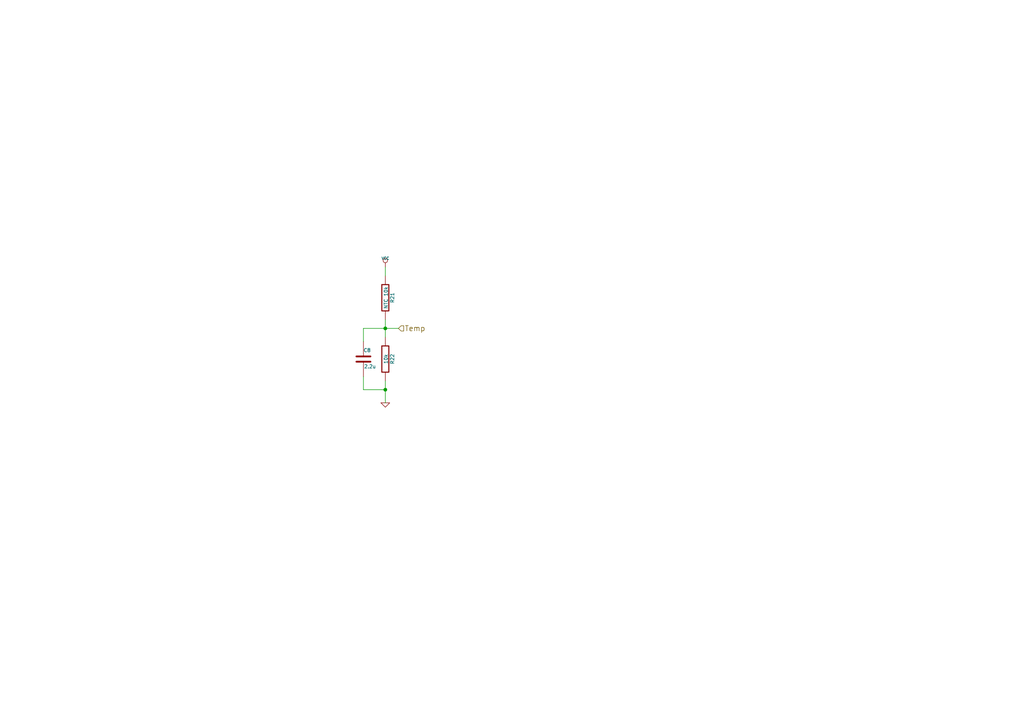
<source format=kicad_sch>
(kicad_sch (version 20250114) (generator "eeschema") (generator_version "9.0")
  (paper "A4")
  (title_block (title "BLDC Driver 4.11") (date "21 aug 2015") (rev "4.12") (company "Benjamin Vedder"))
  (lib_symbols
    (symbol "C-RESCUE-BLDC_4_1" (pin_numbers (hide yes)) (pin_names (offset 0.254))
      (property "Reference" "C" (at 0 2.54 0))
      (property "Value" "C-RESCUE-BLDC_4" (at 0.1524 -2.159 0))
      (symbol "C-RESCUE-BLDC_4_1_0_1"
        (polyline (pts (xy -2.032 0.762) (xy 2.032 0.762)) (stroke (width 0.508)))
        (polyline (pts (xy -2.032 -0.762) (xy 2.032 -0.762)) (stroke (width 0.508)))
      )
      (symbol "C-RESCUE-BLDC_4_1_1_1"
        (pin passive line (at 0 5.08 270) (length 4.318) (name "~") (number "1"))
        (pin passive line (at 0 -5.08 90) (length 4.318) (name "~") (number "2"))
      )
    )
    (symbol "C-RESCUE-BLDC_4_2" (pin_numbers (hide yes)) (pin_names (offset 0.254))
      (property "Reference" "C" (at 0 2.54 0))
      (property "Value" "C-RESCUE-BLDC_4" (at 0.1524 -2.159 0))
      (symbol "C-RESCUE-BLDC_4_2_0_1"
        (polyline (pts (xy -2.032 0.762) (xy 2.032 0.762)) (stroke (width 0.508)))
        (polyline (pts (xy -2.032 -0.762) (xy 2.032 -0.762)) (stroke (width 0.508)))
      )
      (symbol "C-RESCUE-BLDC_4_2_1_1"
        (pin passive line (at 0 5.08 270) (length 4.318) (name "~") (number "1"))
        (pin passive line (at 0 -5.08 90) (length 4.318) (name "~") (number "2"))
      )
    )
    (symbol "GND-RESCUE-BLDC_4_1" (power) (pin_names (offset 0))
      (symbol "GND-RESCUE-BLDC_4_1_0_1"
        (polyline (pts (xy -1.27 0) (xy 0 -1.27) (xy 1.27 0) (xy -1.27 0)))
      )
      (symbol "GND-RESCUE-BLDC_4_1_1_1"
        (pin power_in line (at 0 0 90) (length 0) (hide yes) (name "GND") (number "1"))
      )
    )
    (symbol "GND-RESCUE-BLDC_4_2" (power) (pin_names (offset 0))
      (symbol "GND-RESCUE-BLDC_4_2_0_1"
        (polyline (pts (xy -1.27 0) (xy 0 -1.27) (xy 1.27 0) (xy -1.27 0)))
      )
      (symbol "GND-RESCUE-BLDC_4_2_1_1"
        (pin power_in line (at 0 0 90) (length 0) (hide yes) (name "GND") (number "1"))
      )
    )
    (symbol "R-RESCUE-BLDC_4_1" (pin_numbers (hide yes)) (pin_names (offset 0))
      (property "Reference" "R" (at 2.032 0 90))
      (property "Value" "R-RESCUE-BLDC_4" (at 0.1778 0.0254 90))
      (symbol "R-RESCUE-BLDC_4_1_0_1"
        (rectangle (start -1.016 3.81) (end 1.016 -3.81) (stroke (width 0.3048)))
      )
      (symbol "R-RESCUE-BLDC_4_1_1_1"
        (pin passive line (at 0 6.35 270) (length 2.54) (name "~") (number "1"))
        (pin passive line (at 0 -6.35 90) (length 2.54) (name "~") (number "2"))
      )
    )
    (symbol "R-RESCUE-BLDC_4_2" (pin_numbers (hide yes)) (pin_names (offset 0))
      (property "Reference" "R" (at 2.032 0 90))
      (property "Value" "R-RESCUE-BLDC_4" (at 0.1778 0.0254 90))
      (symbol "R-RESCUE-BLDC_4_2_0_1"
        (rectangle (start -1.016 3.81) (end 1.016 -3.81) (stroke (width 0.3048)))
      )
      (symbol "R-RESCUE-BLDC_4_2_1_1"
        (pin passive line (at 0 6.35 270) (length 2.54) (name "~") (number "1"))
        (pin passive line (at 0 -6.35 90) (length 2.54) (name "~") (number "2"))
      )
    )
    (symbol "R-RESCUE-BLDC_4_3" (pin_numbers (hide yes)) (pin_names (offset 0))
      (property "Reference" "R" (at 2.032 0 90))
      (property "Value" "R-RESCUE-BLDC_4" (at 0.1778 0.0254 90))
      (symbol "R-RESCUE-BLDC_4_3_0_1"
        (rectangle (start -1.016 3.81) (end 1.016 -3.81) (stroke (width 0.3048)))
      )
      (symbol "R-RESCUE-BLDC_4_3_1_1"
        (pin passive line (at 0 6.35 270) (length 2.54) (name "~") (number "1"))
        (pin passive line (at 0 -6.35 90) (length 2.54) (name "~") (number "2"))
      )
    )
    (symbol "R-RESCUE-BLDC_4_4" (pin_numbers (hide yes)) (pin_names (offset 0))
      (property "Reference" "R" (at 2.032 0 90))
      (property "Value" "R-RESCUE-BLDC_4" (at 0.1778 0.0254 90))
      (symbol "R-RESCUE-BLDC_4_4_0_1"
        (rectangle (start -1.016 3.81) (end 1.016 -3.81) (stroke (width 0.3048)))
      )
      (symbol "R-RESCUE-BLDC_4_4_1_1"
        (pin passive line (at 0 6.35 270) (length 2.54) (name "~") (number "1"))
        (pin passive line (at 0 -6.35 90) (length 2.54) (name "~") (number "2"))
      )
    )
    (symbol "VCC_1" (power) (pin_names (offset 0))
      (property "Value" "VCC" (at 0 3.81 0))
      (symbol "VCC_1_0_1"
        (circle (center 0 1.905) (radius 0.635))
        (polyline (pts (xy 0 0) (xy 0 1.27)))
      )
      (symbol "VCC_1_1_1"
        (pin power_in line (at 0 0 90) (length 0) (hide yes) (name "VCC") (number "1"))
      )
    )
    (symbol "VCC_2" (power) (pin_names (offset 0))
      (property "Value" "VCC" (at 0 3.81 0))
      (symbol "VCC_2_0_1"
        (circle (center 0 1.905) (radius 0.635))
        (polyline (pts (xy 0 0) (xy 0 1.27)))
      )
      (symbol "VCC_2_1_1"
        (pin power_in line (at 0 0 90) (length 0) (hide yes) (name "VCC") (number "1"))
      )
    )
  )
  (junction (at 111.76 113.03))
  (junction (at 111.76 95.25))
  (wire (pts (xy 111.76 92.71) (xy 111.76 95.25)))
  (wire (pts (xy 105.41 95.25) (xy 111.76 95.25)))
  (wire (pts (xy 105.41 113.03) (xy 111.76 113.03)))
  (wire (pts (xy 111.76 77.47) (xy 111.76 80.01)))
  (wire (pts (xy 105.41 95.25) (xy 105.41 99.06)))
  (wire (pts (xy 111.76 95.25) (xy 115.57 95.25)))
  (wire (pts (xy 111.76 95.25) (xy 111.76 97.79)))
  (wire (pts (xy 111.76 113.03) (xy 111.76 116.84)))
  (wire (pts (xy 111.76 110.49) (xy 111.76 113.03)))
  (wire (pts (xy 105.41 109.22) (xy 105.41 113.03)))
  (hierarchical_label "Temp" (shape input) (at 115.57 95.25 0) (effects (font (size 1.524 1.524))))
  (symbol (lib_name "R-RESCUE-BLDC_4_3") (lib_id "BLDC_4-rescue:R-RESCUE-BLDC_4") (at 111.76 86.36 0) (unit 1)
    (property "Reference" "R21" (at 113.792 86.36 90) (effects (font (size 1.016 1.016))))
    (property "Value" "NTC 10k" (at 111.9378 86.3346 90) (effects (font (size 1.016 1.016))))
    (property "Footprint" "CRF1:SMD-0603_r" (effects (hide yes)))
  )
  (symbol (lib_name "R-RESCUE-BLDC_4_4") (lib_id "BLDC_4-rescue:R-RESCUE-BLDC_4") (at 111.76 104.14 0) (unit 1)
    (property "Reference" "R22" (at 113.792 104.14 90) (effects (font (size 1.016 1.016))))
    (property "Value" "10k" (at 111.9378 104.1146 90) (effects (font (size 1.016 1.016))))
    (property "Footprint" "CRF1:SMD-0603_r" (effects (hide yes)))
  )
  (symbol (lib_name "C-RESCUE-BLDC_4_2") (lib_id "BLDC_4-rescue:C-RESCUE-BLDC_4") (at 105.41 104.14 0) (unit 1)
    (property "Reference" "C8" (at 105.41 101.6 0) (effects (font (size 1.016 1.016)) (justify left)))
    (property "Value" "2.2u" (at 105.5624 106.299 0) (effects (font (size 1.016 1.016)) (justify left)))
    (property "Footprint" "CRF1:SMD-0603_c" (effects (hide yes)))
  )
  (symbol (lib_name "VCC_2") (lib_id "BLDC_4-rescue:VCC") (at 111.76 77.47 0) (unit 1)
    (property "Reference" "#PWR033" (effects (hide yes)))
    (property "Value" "VCC" (at 111.76 74.93 0) (effects (font (size 0.762 0.762))))
  )
  (symbol (lib_name "GND-RESCUE-BLDC_4_2") (lib_id "BLDC_4-rescue:GND-RESCUE-BLDC_4") (at 111.76 116.84 0) (unit 1)
    (property "Reference" "#PWR034" (effects (hide yes)))
    (property "Value" "GND" (effects (hide yes)))
  )
)
</source>
